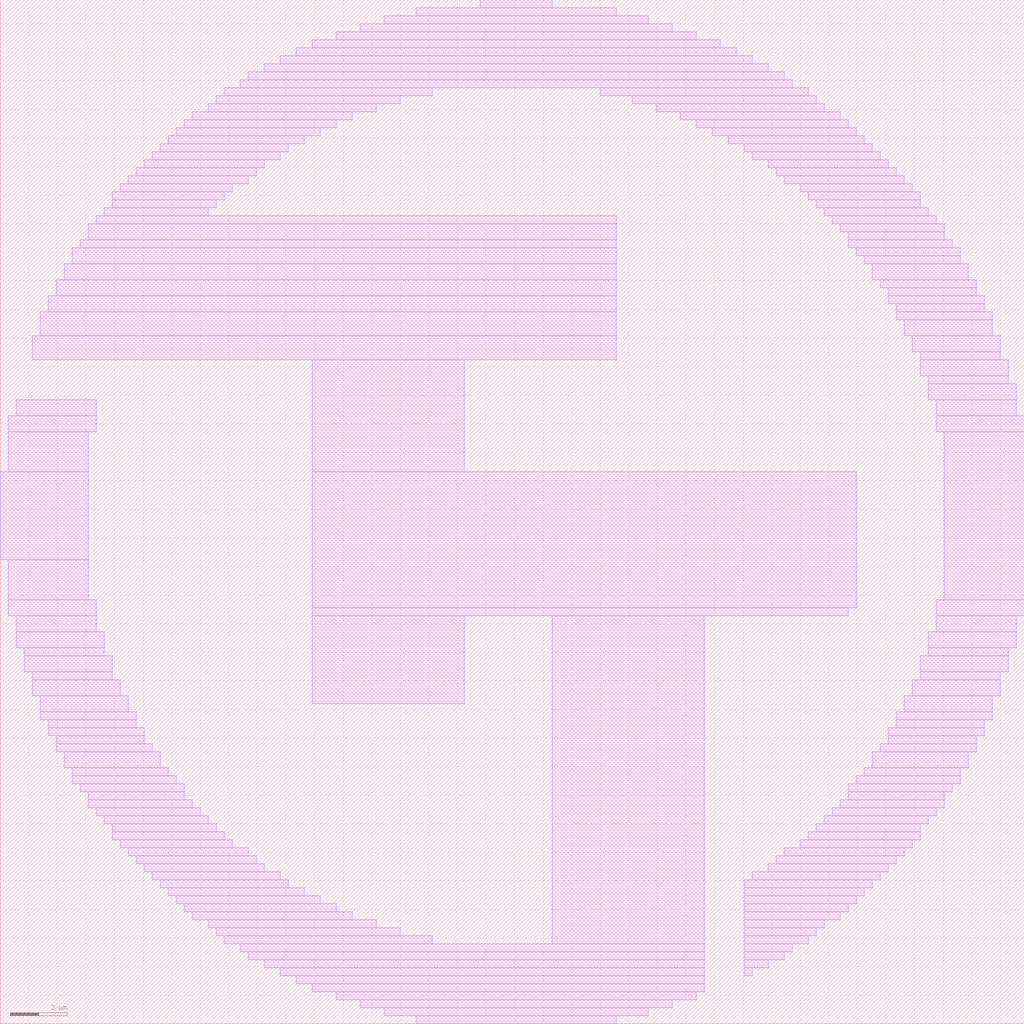
<source format=lef>
VERSION 5.7 ;
  NOWIREEXTENSIONATPIN ON ;
  DIVIDERCHAR "/" ;
  BUSBITCHARS "[]" ;
MACRO ttlogo
  CLASS BLOCK ;
  FOREIGN ttlogo ;
  ORIGIN 0.000 0.000 ;
  SIZE 35.840 BY 35.840 ;
  OBS
      LAYER met2 ;
        RECT 16.800 35.560 19.320 35.840 ;
        RECT 14.560 35.280 21.560 35.560 ;
        RECT 13.440 35.000 22.680 35.280 ;
        RECT 12.600 34.720 23.520 35.000 ;
        RECT 11.760 34.440 24.360 34.720 ;
        RECT 10.920 34.160 25.200 34.440 ;
        RECT 10.360 33.880 25.760 34.160 ;
        RECT 9.800 33.600 26.320 33.880 ;
        RECT 9.240 33.320 26.880 33.600 ;
        RECT 8.680 33.040 27.440 33.320 ;
        RECT 8.400 32.760 27.720 33.040 ;
        RECT 7.840 32.480 15.120 32.760 ;
        RECT 21.000 32.480 28.280 32.760 ;
        RECT 7.560 32.200 14.000 32.480 ;
        RECT 22.120 32.200 28.560 32.480 ;
        RECT 7.280 31.920 13.160 32.200 ;
        RECT 22.960 31.920 28.840 32.200 ;
        RECT 6.720 31.640 12.320 31.920 ;
        RECT 23.800 31.640 29.400 31.920 ;
        RECT 6.440 31.360 11.760 31.640 ;
        RECT 24.360 31.360 29.680 31.640 ;
        RECT 6.160 31.080 11.200 31.360 ;
        RECT 24.920 31.080 29.960 31.360 ;
        RECT 5.880 30.800 10.640 31.080 ;
        RECT 25.480 30.800 30.240 31.080 ;
        RECT 5.600 30.520 10.080 30.800 ;
        RECT 26.040 30.520 30.520 30.800 ;
        RECT 5.320 30.240 9.800 30.520 ;
        RECT 26.320 30.240 30.800 30.520 ;
        RECT 5.040 29.960 9.240 30.240 ;
        RECT 26.880 29.960 31.080 30.240 ;
        RECT 4.760 29.680 8.960 29.960 ;
        RECT 27.160 29.680 31.360 29.960 ;
        RECT 4.480 29.400 8.680 29.680 ;
        RECT 27.440 29.400 31.640 29.680 ;
        RECT 4.200 29.120 8.120 29.400 ;
        RECT 28.000 29.120 31.920 29.400 ;
        RECT 3.920 28.840 7.840 29.120 ;
        RECT 28.280 28.840 32.200 29.120 ;
        RECT 3.920 28.560 7.560 28.840 ;
        RECT 28.560 28.560 32.200 28.840 ;
        RECT 3.640 28.280 7.280 28.560 ;
        RECT 28.840 28.280 32.480 28.560 ;
        RECT 3.360 28.000 21.560 28.280 ;
        RECT 29.120 28.000 32.760 28.280 ;
        RECT 3.080 27.440 21.560 28.000 ;
        RECT 29.400 27.720 33.040 28.000 ;
        RECT 2.800 27.160 21.560 27.440 ;
        RECT 29.680 27.440 33.040 27.720 ;
        RECT 29.680 27.160 33.320 27.440 ;
        RECT 2.520 26.600 21.560 27.160 ;
        RECT 29.960 26.880 33.600 27.160 ;
        RECT 30.240 26.600 33.600 26.880 ;
        RECT 2.240 26.040 21.560 26.600 ;
        RECT 30.520 26.040 33.880 26.600 ;
        RECT 1.960 25.480 21.560 26.040 ;
        RECT 30.800 25.760 34.160 26.040 ;
        RECT 1.680 24.920 21.560 25.480 ;
        RECT 31.080 25.480 34.160 25.760 ;
        RECT 31.080 25.200 34.440 25.480 ;
        RECT 1.400 24.080 21.560 24.920 ;
        RECT 31.360 24.920 34.440 25.200 ;
        RECT 31.360 24.640 34.720 24.920 ;
        RECT 31.640 24.080 34.720 24.640 ;
        RECT 1.120 23.240 21.560 24.080 ;
        RECT 31.920 23.520 35.000 24.080 ;
        RECT 32.200 23.240 35.000 23.520 ;
        RECT 0.560 21.280 3.360 21.840 ;
        RECT 0.280 20.720 3.360 21.280 ;
        RECT 0.280 19.320 3.080 20.720 ;
        RECT 0.000 16.240 3.080 19.320 ;
        RECT 0.280 14.840 3.080 16.240 ;
        RECT 10.920 19.320 16.240 23.240 ;
        RECT 32.200 22.680 35.280 23.240 ;
        RECT 32.480 22.400 35.280 22.680 ;
        RECT 32.480 21.840 35.560 22.400 ;
        RECT 32.760 21.280 35.560 21.840 ;
        RECT 32.760 20.720 35.840 21.280 ;
        RECT 0.280 14.280 3.360 14.840 ;
        RECT 0.560 13.720 3.360 14.280 ;
        RECT 10.920 14.560 29.960 19.320 ;
        RECT 33.040 14.840 35.840 20.720 ;
        RECT 10.920 14.280 29.680 14.560 ;
        RECT 32.760 14.280 35.840 14.840 ;
        RECT 0.560 13.160 3.640 13.720 ;
        RECT 0.840 12.880 3.640 13.160 ;
        RECT 0.840 12.320 3.920 12.880 ;
        RECT 1.120 12.040 3.920 12.320 ;
        RECT 1.120 11.480 4.200 12.040 ;
        RECT 1.400 10.920 4.480 11.480 ;
        RECT 10.920 11.200 16.240 14.280 ;
        RECT 1.400 10.640 4.760 10.920 ;
        RECT 1.680 10.360 4.760 10.640 ;
        RECT 1.680 10.080 5.040 10.360 ;
        RECT 1.960 9.800 5.040 10.080 ;
        RECT 1.960 9.520 5.320 9.800 ;
        RECT 2.240 8.960 5.600 9.520 ;
        RECT 2.520 8.680 5.880 8.960 ;
        RECT 2.520 8.400 6.160 8.680 ;
        RECT 2.800 8.120 6.440 8.400 ;
        RECT 3.080 7.840 6.440 8.120 ;
        RECT 3.080 7.560 6.720 7.840 ;
        RECT 3.360 7.280 7.000 7.560 ;
        RECT 3.640 7.000 7.280 7.280 ;
        RECT 3.920 6.720 7.560 7.000 ;
        RECT 3.920 6.440 7.840 6.720 ;
        RECT 4.200 6.160 8.120 6.440 ;
        RECT 4.480 5.880 8.680 6.160 ;
        RECT 4.760 5.600 8.960 5.880 ;
        RECT 5.040 5.320 9.240 5.600 ;
        RECT 5.320 5.040 9.800 5.320 ;
        RECT 5.600 4.760 10.080 5.040 ;
        RECT 5.880 4.480 10.640 4.760 ;
        RECT 6.160 4.200 11.200 4.480 ;
        RECT 6.440 3.920 11.760 4.200 ;
        RECT 6.720 3.640 12.320 3.920 ;
        RECT 7.280 3.360 13.160 3.640 ;
        RECT 7.560 3.080 14.000 3.360 ;
        RECT 7.840 2.800 15.120 3.080 ;
        RECT 19.320 2.800 24.640 14.280 ;
        RECT 32.760 13.720 35.560 14.280 ;
        RECT 32.480 13.160 35.560 13.720 ;
        RECT 32.480 12.880 35.280 13.160 ;
        RECT 32.200 12.320 35.280 12.880 ;
        RECT 32.200 12.040 35.000 12.320 ;
        RECT 31.920 11.480 35.000 12.040 ;
        RECT 31.640 10.920 34.720 11.480 ;
        RECT 31.360 10.640 34.720 10.920 ;
        RECT 31.360 10.360 34.440 10.640 ;
        RECT 31.080 10.080 34.440 10.360 ;
        RECT 31.080 9.800 34.160 10.080 ;
        RECT 30.800 9.520 34.160 9.800 ;
        RECT 30.520 8.960 33.880 9.520 ;
        RECT 30.240 8.680 33.600 8.960 ;
        RECT 29.960 8.400 33.600 8.680 ;
        RECT 29.680 8.120 33.320 8.400 ;
        RECT 29.680 7.840 33.040 8.120 ;
        RECT 29.400 7.560 33.040 7.840 ;
        RECT 29.120 7.280 32.760 7.560 ;
        RECT 28.840 7.000 32.480 7.280 ;
        RECT 28.560 6.720 32.200 7.000 ;
        RECT 28.280 6.440 32.200 6.720 ;
        RECT 28.000 6.160 31.920 6.440 ;
        RECT 27.440 5.880 31.640 6.160 ;
        RECT 27.160 5.600 31.360 5.880 ;
        RECT 26.880 5.320 31.080 5.600 ;
        RECT 26.320 5.040 30.800 5.320 ;
        RECT 8.400 2.520 24.640 2.800 ;
        RECT 8.680 2.240 24.640 2.520 ;
        RECT 9.240 1.960 24.640 2.240 ;
        RECT 9.800 1.680 24.640 1.960 ;
        RECT 26.040 4.760 30.520 5.040 ;
        RECT 26.040 4.480 30.240 4.760 ;
        RECT 26.040 4.200 29.960 4.480 ;
        RECT 26.040 3.920 29.680 4.200 ;
        RECT 26.040 3.640 29.400 3.920 ;
        RECT 26.040 3.360 28.840 3.640 ;
        RECT 26.040 3.080 28.560 3.360 ;
        RECT 26.040 2.800 28.280 3.080 ;
        RECT 26.040 2.520 27.720 2.800 ;
        RECT 26.040 2.240 27.440 2.520 ;
        RECT 26.040 1.960 26.880 2.240 ;
        RECT 26.040 1.680 26.320 1.960 ;
        RECT 10.360 1.400 24.640 1.680 ;
        RECT 10.920 1.120 24.640 1.400 ;
        RECT 11.760 0.840 24.360 1.120 ;
        RECT 12.600 0.560 23.520 0.840 ;
        RECT 13.440 0.280 22.680 0.560 ;
        RECT 14.560 0.000 21.560 0.280 ;
  END
END ttlogo
END LIBRARY


</source>
